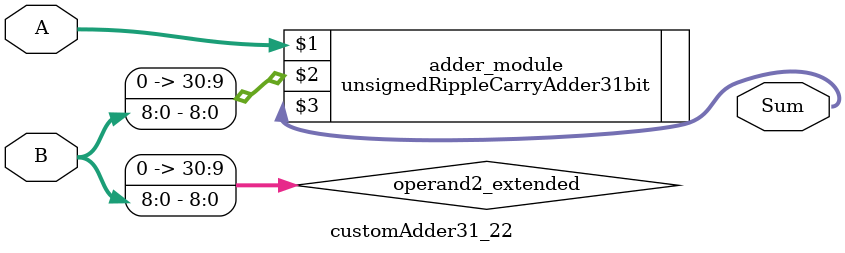
<source format=v>

module customAdder31_22(
                    input [30 : 0] A,
                    input [8 : 0] B,
                    
                    output [31 : 0] Sum
            );

    wire [30 : 0] operand2_extended;
    
    assign operand2_extended =  {22'b0, B};
    
    unsignedRippleCarryAdder31bit adder_module(
        A,
        operand2_extended,
        Sum
    );
    
endmodule
        
</source>
